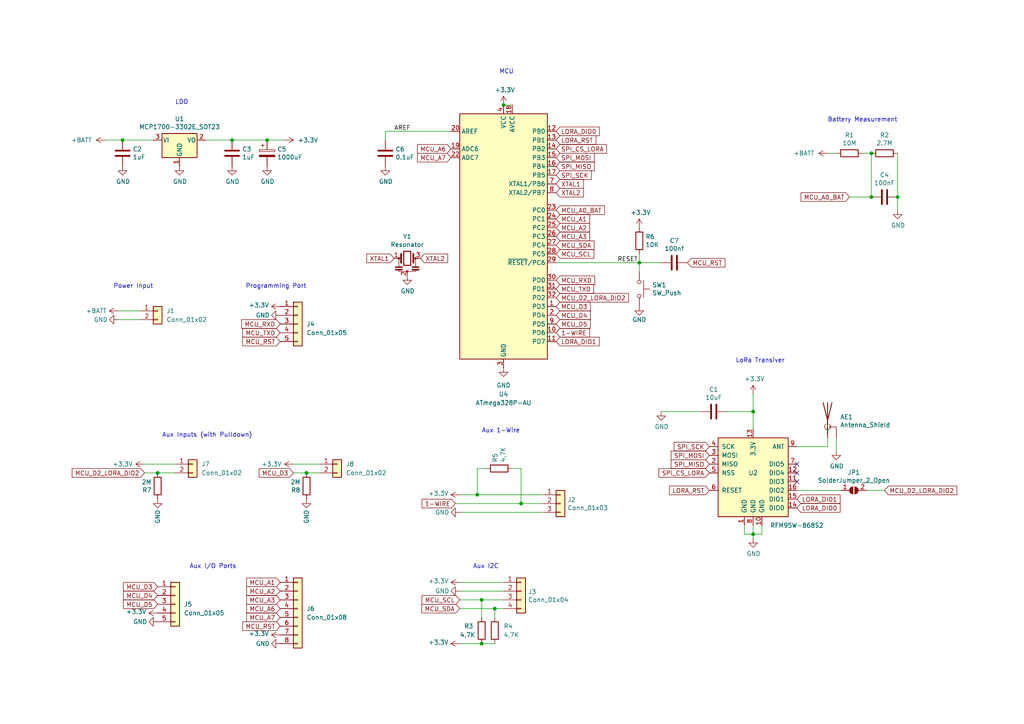
<source format=kicad_sch>
(kicad_sch (version 20230121) (generator eeschema)
  (paper "A4")
  (title_block (title "LoRaProMini") (date "2023-03-20") (rev "3.2") (company "(c) 2023 foorschtbar") (comment 1 "https://github.com/foorschtbar/LoRaProMini"))
  (lib_symbols
    (symbol "Connector_Generic:Conn_01x02" (pin_names (offset 1.016) hide)
      (property "Reference" "J" (at 0 2.54 0))
      (property "Value" "Conn_01x02" (at 0 -5.08 0))
      (symbol "Conn_01x02_1_1"
        (rectangle (start -1.27 -2.413) (end 0 -2.667) (stroke (width 0.1524)))
        (rectangle (start -1.27 0.127) (end 0 -0.127) (stroke (width 0.1524)))
        (rectangle (start -1.27 1.27) (end 1.27 -3.81) (stroke (width 0.254)) (fill (type background)))
        (pin passive line (at -5.08 0 0) (length 3.81) (name "Pin_1") (number "1"))
        (pin passive line (at -5.08 -2.54 0) (length 3.81) (name "Pin_2") (number "2"))
      )
    )
    (symbol "Connector_Generic:Conn_01x03" (pin_names (offset 1.016) hide)
      (property "Reference" "J" (at 0 5.08 0))
      (property "Value" "Conn_01x03" (at 0 -5.08 0))
      (symbol "Conn_01x03_1_1"
        (rectangle (start -1.27 -2.413) (end 0 -2.667) (stroke (width 0.1524)))
        (rectangle (start -1.27 0.127) (end 0 -0.127) (stroke (width 0.1524)))
        (rectangle (start -1.27 2.667) (end 0 2.413) (stroke (width 0.1524)))
        (rectangle (start -1.27 3.81) (end 1.27 -3.81) (stroke (width 0.254)) (fill (type background)))
        (pin passive line (at -5.08 2.54 0) (length 3.81) (name "Pin_1") (number "1"))
        (pin passive line (at -5.08 0 0) (length 3.81) (name "Pin_2") (number "2"))
        (pin passive line (at -5.08 -2.54 0) (length 3.81) (name "Pin_3") (number "3"))
      )
    )
    (symbol "Connector_Generic:Conn_01x04" (pin_names (offset 1.016) hide)
      (property "Reference" "J" (at 0 5.08 0))
      (property "Value" "Conn_01x04" (at 0 -7.62 0))
      (symbol "Conn_01x04_1_1"
        (rectangle (start -1.27 -4.953) (end 0 -5.207) (stroke (width 0.1524)))
        (rectangle (start -1.27 -2.413) (end 0 -2.667) (stroke (width 0.1524)))
        (rectangle (start -1.27 0.127) (end 0 -0.127) (stroke (width 0.1524)))
        (rectangle (start -1.27 2.667) (end 0 2.413) (stroke (width 0.1524)))
        (rectangle (start -1.27 3.81) (end 1.27 -6.35) (stroke (width 0.254)) (fill (type background)))
        (pin passive line (at -5.08 2.54 0) (length 3.81) (name "Pin_1") (number "1"))
        (pin passive line (at -5.08 0 0) (length 3.81) (name "Pin_2") (number "2"))
        (pin passive line (at -5.08 -2.54 0) (length 3.81) (name "Pin_3") (number "3"))
        (pin passive line (at -5.08 -5.08 0) (length 3.81) (name "Pin_4") (number "4"))
      )
    )
    (symbol "Connector_Generic:Conn_01x05" (pin_names (offset 1.016) hide)
      (property "Reference" "J" (at 0 7.62 0))
      (property "Value" "Conn_01x05" (at 0 -7.62 0))
      (symbol "Conn_01x05_1_1"
        (rectangle (start -1.27 -4.953) (end 0 -5.207) (stroke (width 0.1524)))
        (rectangle (start -1.27 -2.413) (end 0 -2.667) (stroke (width 0.1524)))
        (rectangle (start -1.27 0.127) (end 0 -0.127) (stroke (width 0.1524)))
        (rectangle (start -1.27 2.667) (end 0 2.413) (stroke (width 0.1524)))
        (rectangle (start -1.27 5.207) (end 0 4.953) (stroke (width 0.1524)))
        (rectangle (start -1.27 6.35) (end 1.27 -6.35) (stroke (width 0.254)) (fill (type background)))
        (pin passive line (at -5.08 5.08 0) (length 3.81) (name "Pin_1") (number "1"))
        (pin passive line (at -5.08 2.54 0) (length 3.81) (name "Pin_2") (number "2"))
        (pin passive line (at -5.08 0 0) (length 3.81) (name "Pin_3") (number "3"))
        (pin passive line (at -5.08 -2.54 0) (length 3.81) (name "Pin_4") (number "4"))
        (pin passive line (at -5.08 -5.08 0) (length 3.81) (name "Pin_5") (number "5"))
      )
    )
    (symbol "Connector_Generic:Conn_01x08" (pin_names (offset 1.016) hide)
      (property "Reference" "J" (at 0 10.16 0))
      (property "Value" "Conn_01x08" (at 0 -12.7 0))
      (symbol "Conn_01x08_1_1"
        (rectangle (start -1.27 -10.033) (end 0 -10.287) (stroke (width 0.1524)))
        (rectangle (start -1.27 -7.493) (end 0 -7.747) (stroke (width 0.1524)))
        (rectangle (start -1.27 -4.953) (end 0 -5.207) (stroke (width 0.1524)))
        (rectangle (start -1.27 -2.413) (end 0 -2.667) (stroke (width 0.1524)))
        (rectangle (start -1.27 0.127) (end 0 -0.127) (stroke (width 0.1524)))
        (rectangle (start -1.27 2.667) (end 0 2.413) (stroke (width 0.1524)))
        (rectangle (start -1.27 5.207) (end 0 4.953) (stroke (width 0.1524)))
        (rectangle (start -1.27 7.747) (end 0 7.493) (stroke (width 0.1524)))
        (rectangle (start -1.27 8.89) (end 1.27 -11.43) (stroke (width 0.254)) (fill (type background)))
        (pin passive line (at -5.08 7.62 0) (length 3.81) (name "Pin_1") (number "1"))
        (pin passive line (at -5.08 5.08 0) (length 3.81) (name "Pin_2") (number "2"))
        (pin passive line (at -5.08 2.54 0) (length 3.81) (name "Pin_3") (number "3"))
        (pin passive line (at -5.08 0 0) (length 3.81) (name "Pin_4") (number "4"))
        (pin passive line (at -5.08 -2.54 0) (length 3.81) (name "Pin_5") (number "5"))
        (pin passive line (at -5.08 -5.08 0) (length 3.81) (name "Pin_6") (number "6"))
        (pin passive line (at -5.08 -7.62 0) (length 3.81) (name "Pin_7") (number "7"))
        (pin passive line (at -5.08 -10.16 0) (length 3.81) (name "Pin_8") (number "8"))
      )
    )
    (symbol "Device:Antenna_Shield" (pin_numbers hide) (pin_names (offset 1.016) hide)
      (property "Reference" "AE" (at -1.905 4.445 0))
      (property "Value" "Antenna_Shield" (at -1.905 2.54 0))
      (symbol "Antenna_Shield_0_1"
        (arc (start -0.508 -1.143) (mid -0.8429 -2.1194) (end 0 -2.667))
        (arc (start 0 -2.667) (mid 0.7989 -2.1052) (end 0.508 -1.143))
        (polyline (pts (xy 0 -2.54) (xy 0 0)))
        (polyline (pts (xy 0 5.08) (xy 0 -3.81)) (stroke (width 0.254)))
        (polyline (pts (xy 0.762 -1.905) (xy 2.54 -1.905)))
        (polyline (pts (xy 2.54 -2.54) (xy 2.54 -1.905)))
        (polyline (pts (xy 1.27 5.08) (xy 0 0) (xy -1.27 5.08)) (stroke (width 0.254)))
        (circle (center 0.762 -1.905) (radius 0.1778) (fill (type outline)))
      )
      (symbol "Antenna_Shield_1_1"
        (pin input line (at 0 -5.08 90) (length 2.54) (name "A") (number "1"))
        (pin input line (at 2.54 -5.08 90) (length 2.54) (name "Shield") (number "2"))
      )
    )
    (symbol "Device:C" (pin_numbers hide) (pin_names (offset 0.254))
      (property "Reference" "C" (at 0.635 2.54 0))
      (property "Value" "C" (at 0.635 -2.54 0))
      (symbol "C_0_1"
        (polyline (pts (xy -2.032 -0.762) (xy 2.032 -0.762)) (stroke (width 0.508)))
        (polyline (pts (xy -2.032 0.762) (xy 2.032 0.762)) (stroke (width 0.508)))
      )
      (symbol "C_1_1"
        (pin passive line (at 0 3.81 270) (length 2.794) (name "~") (number "1"))
        (pin passive line (at 0 -3.81 90) (length 2.794) (name "~") (number "2"))
      )
    )
    (symbol "Device:C_Polarized" (pin_numbers hide) (pin_names (offset 0.254))
      (property "Reference" "C" (at 0.635 2.54 0))
      (property "Value" "C_Polarized" (at 0.635 -2.54 0))
      (symbol "C_Polarized_0_1"
        (rectangle (start -2.286 0.508) (end 2.286 1.016))
        (polyline (pts (xy -1.778 2.286) (xy -0.762 2.286)))
        (polyline (pts (xy -1.27 2.794) (xy -1.27 1.778)))
        (rectangle (start 2.286 -0.508) (end -2.286 -1.016) (fill (type outline)))
      )
      (symbol "C_Polarized_1_1"
        (pin passive line (at 0 3.81 270) (length 2.794) (name "~") (number "1"))
        (pin passive line (at 0 -3.81 90) (length 2.794) (name "~") (number "2"))
      )
    )
    (symbol "Device:R" (pin_numbers hide) (pin_names (offset 0))
      (property "Reference" "R" (at 2.032 0 90))
      (property "Value" "R" (at 0 0 90))
      (symbol "R_0_1"
        (rectangle (start -1.016 -2.54) (end 1.016 2.54) (stroke (width 0.254)))
      )
      (symbol "R_1_1"
        (pin passive line (at 0 3.81 270) (length 1.27) (name "~") (number "1"))
        (pin passive line (at 0 -3.81 90) (length 1.27) (name "~") (number "2"))
      )
    )
    (symbol "Device:Resonator" (pin_names (offset 1.016) hide)
      (property "Reference" "Y" (at 0 5.715 0))
      (property "Value" "Resonator" (at 0 3.81 0))
      (symbol "Resonator_0_1"
        (rectangle (start -3.429 -3.175) (end -1.397 -3.429) (fill (type outline)))
        (rectangle (start -3.429 -2.413) (end -1.397 -2.667) (fill (type outline)))
        (circle (center -2.413 0) (radius 0.254) (fill (type outline)))
        (rectangle (start -1.016 2.032) (end 1.016 -2.032) (stroke (width 0.3048)))
        (circle (center 0 -3.81) (radius 0.254) (fill (type outline)))
        (polyline (pts (xy -2.413 -2.413) (xy -2.413 0)))
        (polyline (pts (xy -1.905 0) (xy -3.175 0)))
        (polyline (pts (xy -1.778 -1.27) (xy -1.778 1.27)) (stroke (width 0.508)))
        (polyline (pts (xy 1.778 -1.27) (xy 1.778 1.27)) (stroke (width 0.508)))
        (polyline (pts (xy 1.905 0) (xy 2.54 0)))
        (polyline (pts (xy 2.413 0) (xy 2.413 -2.54)))
        (polyline (pts (xy 2.413 -3.302) (xy 2.413 -3.81) (xy -2.413 -3.81) (xy -2.413 -3.302)))
        (rectangle (start 1.397 -3.175) (end 3.429 -3.429) (fill (type outline)))
        (rectangle (start 1.397 -2.413) (end 3.429 -2.667) (fill (type outline)))
        (circle (center 2.413 0) (radius 0.254) (fill (type outline)))
      )
      (symbol "Resonator_1_1"
        (pin passive line (at -3.81 0 0) (length 1.27) (name "1") (number "1"))
        (pin passive line (at 0 -5.08 90) (length 1.27) (name "2") (number "2"))
        (pin passive line (at 3.81 0 180) (length 1.27) (name "3") (number "3"))
      )
    )
    (symbol "Jumper:SolderJumper_2_Open" (pin_names (offset 0) hide)
      (property "Reference" "JP" (at 0 2.032 0))
      (property "Value" "SolderJumper_2_Open" (at 0 -2.54 0))
      (symbol "SolderJumper_2_Open_0_1"
        (arc (start -0.254 1.016) (mid -1.2656 0) (end -0.254 -1.016))
        (arc (start -0.254 1.016) (mid -1.2656 0) (end -0.254 -1.016) (fill (type outline)))
        (polyline (pts (xy -0.254 1.016) (xy -0.254 -1.016)))
        (polyline (pts (xy 0.254 1.016) (xy 0.254 -1.016)))
        (arc (start 0.254 -1.016) (mid 1.2656 0) (end 0.254 1.016))
        (arc (start 0.254 -1.016) (mid 1.2656 0) (end 0.254 1.016) (fill (type outline)))
      )
      (symbol "SolderJumper_2_Open_1_1"
        (pin passive line (at -3.81 0 0) (length 2.54) (name "A") (number "1"))
        (pin passive line (at 3.81 0 180) (length 2.54) (name "B") (number "2"))
      )
    )
    (symbol "MCU_Microchip_ATmega:ATmega328P-A"
      (property "Reference" "U" (at -12.7 36.83 0))
      (property "Value" "ATmega328P-A" (at 2.54 -36.83 0))
      (symbol "ATmega328P-A_0_1"
        (rectangle (start -12.7 -35.56) (end 12.7 35.56) (stroke (width 0.254)) (fill (type background)))
      )
      (symbol "ATmega328P-A_1_1"
        (pin bidirectional line (at 15.24 -20.32 180) (length 2.54) (name "PD3") (number "1"))
        (pin bidirectional line (at 15.24 -27.94 180) (length 2.54) (name "PD6") (number "10"))
        (pin bidirectional line (at 15.24 -30.48 180) (length 2.54) (name "PD7") (number "11"))
        (pin bidirectional line (at 15.24 30.48 180) (length 2.54) (name "PB0") (number "12"))
        (pin bidirectional line (at 15.24 27.94 180) (length 2.54) (name "PB1") (number "13"))
        (pin bidirectional line (at 15.24 25.4 180) (length 2.54) (name "PB2") (number "14"))
        (pin bidirectional line (at 15.24 22.86 180) (length 2.54) (name "PB3") (number "15"))
        (pin bidirectional line (at 15.24 20.32 180) (length 2.54) (name "PB4") (number "16"))
        (pin bidirectional line (at 15.24 17.78 180) (length 2.54) (name "PB5") (number "17"))
        (pin power_in line (at 2.54 38.1 270) (length 2.54) (name "AVCC") (number "18"))
        (pin input line (at -15.24 25.4 0) (length 2.54) (name "ADC6") (number "19"))
        (pin bidirectional line (at 15.24 -22.86 180) (length 2.54) (name "PD4") (number "2"))
        (pin passive line (at -15.24 30.48 0) (length 2.54) (name "AREF") (number "20"))
        (pin passive line (at 0 -38.1 90) (length 2.54) hide (name "GND") (number "21"))
        (pin input line (at -15.24 22.86 0) (length 2.54) (name "ADC7") (number "22"))
        (pin bidirectional line (at 15.24 7.62 180) (length 2.54) (name "PC0") (number "23"))
        (pin bidirectional line (at 15.24 5.08 180) (length 2.54) (name "PC1") (number "24"))
        (pin bidirectional line (at 15.24 2.54 180) (length 2.54) (name "PC2") (number "25"))
        (pin bidirectional line (at 15.24 0 180) (length 2.54) (name "PC3") (number "26"))
        (pin bidirectional line (at 15.24 -2.54 180) (length 2.54) (name "PC4") (number "27"))
        (pin bidirectional line (at 15.24 -5.08 180) (length 2.54) (name "PC5") (number "28"))
        (pin bidirectional line (at 15.24 -7.62 180) (length 2.54) (name "~{RESET}/PC6") (number "29"))
        (pin power_in line (at 0 -38.1 90) (length 2.54) (name "GND") (number "3"))
        (pin bidirectional line (at 15.24 -12.7 180) (length 2.54) (name "PD0") (number "30"))
        (pin bidirectional line (at 15.24 -15.24 180) (length 2.54) (name "PD1") (number "31"))
        (pin bidirectional line (at 15.24 -17.78 180) (length 2.54) (name "PD2") (number "32"))
        (pin power_in line (at 0 38.1 270) (length 2.54) (name "VCC") (number "4"))
        (pin passive line (at 0 -38.1 90) (length 2.54) hide (name "GND") (number "5"))
        (pin passive line (at 0 38.1 270) (length 2.54) hide (name "VCC") (number "6"))
        (pin bidirectional line (at 15.24 15.24 180) (length 2.54) (name "XTAL1/PB6") (number "7"))
        (pin bidirectional line (at 15.24 12.7 180) (length 2.54) (name "XTAL2/PB7") (number "8"))
        (pin bidirectional line (at 15.24 -25.4 180) (length 2.54) (name "PD5") (number "9"))
      )
    )
    (symbol "RF_Module:RFM95W-868S2" (pin_names (offset 1.016))
      (property "Reference" "U" (at -10.414 11.684 0))
      (property "Value" "RFM95W-868S2" (at 1.524 11.43 0))
      (symbol "RFM95W-868S2_0_1"
        (rectangle (start -10.16 10.16) (end 10.16 -12.7) (stroke (width 0.254)) (fill (type background)))
      )
      (symbol "RFM95W-868S2_1_1"
        (pin power_in line (at -2.54 -15.24 90) (length 2.54) (name "GND") (number "1"))
        (pin power_in line (at 2.54 -15.24 90) (length 2.54) (name "GND") (number "10"))
        (pin bidirectional line (at 12.7 -2.54 180) (length 2.54) (name "DIO3") (number "11"))
        (pin bidirectional line (at 12.7 0 180) (length 2.54) (name "DIO4") (number "12"))
        (pin power_in line (at 0 12.7 270) (length 2.54) (name "3.3V") (number "13"))
        (pin bidirectional line (at 12.7 -10.16 180) (length 2.54) (name "DIO0") (number "14"))
        (pin bidirectional line (at 12.7 -7.62 180) (length 2.54) (name "DIO1") (number "15"))
        (pin bidirectional line (at 12.7 -5.08 180) (length 2.54) (name "DIO2") (number "16"))
        (pin output line (at -12.7 2.54 0) (length 2.54) (name "MISO") (number "2"))
        (pin input line (at -12.7 5.08 0) (length 2.54) (name "MOSI") (number "3"))
        (pin input line (at -12.7 7.62 0) (length 2.54) (name "SCK") (number "4"))
        (pin input line (at -12.7 0 0) (length 2.54) (name "NSS") (number "5"))
        (pin bidirectional line (at -12.7 -5.08 0) (length 2.54) (name "RESET") (number "6"))
        (pin bidirectional line (at 12.7 2.54 180) (length 2.54) (name "DIO5") (number "7"))
        (pin power_in line (at 0 -15.24 90) (length 2.54) (name "GND") (number "8"))
        (pin bidirectional line (at 12.7 7.62 180) (length 2.54) (name "ANT") (number "9"))
      )
    )
    (symbol "Regulator_Linear:MCP1700x-330xxTT" (pin_names (offset 0.254))
      (property "Reference" "U" (at -3.81 3.175 0))
      (property "Value" "MCP1700x-330xxTT" (at 0 3.175 0))
      (symbol "MCP1700x-330xxTT_0_1"
        (rectangle (start -5.08 1.905) (end 5.08 -5.08) (stroke (width 0.254)) (fill (type background)))
      )
      (symbol "MCP1700x-330xxTT_1_1"
        (pin power_in line (at 0 -7.62 90) (length 2.54) (name "GND") (number "1"))
        (pin power_out line (at 7.62 0 180) (length 2.54) (name "VO") (number "2"))
        (pin power_in line (at -7.62 0 0) (length 2.54) (name "VI") (number "3"))
      )
    )
    (symbol "Switch:SW_Push" (pin_numbers hide) (pin_names (offset 1.016) hide)
      (property "Reference" "SW" (at 1.27 2.54 0))
      (property "Value" "SW_Push" (at 0 -1.524 0))
      (symbol "SW_Push_0_1"
        (circle (center -2.032 0) (radius 0.508))
        (polyline (pts (xy 0 1.27) (xy 0 3.048)))
        (polyline (pts (xy 2.54 1.27) (xy -2.54 1.27)))
        (circle (center 2.032 0) (radius 0.508))
        (pin passive line (at -5.08 0 0) (length 2.54) (name "1") (number "1"))
        (pin passive line (at 5.08 0 180) (length 2.54) (name "2") (number "2"))
      )
    )
    (symbol "power:+3.3V" (power) (pin_names (offset 0))
      (property "Value" "+3.3V" (at 0 3.556 0))
      (symbol "+3.3V_0_1"
        (polyline (pts (xy -0.762 1.27) (xy 0 2.54)))
        (polyline (pts (xy 0 0) (xy 0 2.54)))
        (polyline (pts (xy 0 2.54) (xy 0.762 1.27)))
      )
      (symbol "+3.3V_1_1"
        (pin power_in line (at 0 0 90) (length 0) hide (name "+3.3V") (number "1"))
      )
    )
    (symbol "power:+BATT" (power) (pin_names (offset 0))
      (property "Value" "+BATT" (at 0 3.556 0))
      (symbol "+BATT_0_1"
        (polyline (pts (xy -0.762 1.27) (xy 0 2.54)))
        (polyline (pts (xy 0 0) (xy 0 2.54)))
        (polyline (pts (xy 0 2.54) (xy 0.762 1.27)))
      )
      (symbol "+BATT_1_1"
        (pin power_in line (at 0 0 90) (length 0) hide (name "+BATT") (number "1"))
      )
    )
    (symbol "power:GND" (power) (pin_names (offset 0))
      (property "Value" "GND" (at 0 -3.81 0))
      (symbol "GND_0_1"
        (polyline (pts (xy 0 0) (xy 0 -1.27) (xy 1.27 -1.27) (xy 0 -2.54) (xy -1.27 -1.27) (xy 0 -1.27)))
      )
      (symbol "GND_1_1"
        (pin power_in line (at 0 0 270) (length 0) hide (name "GND") (number "1"))
      )
    )
  )
  (junction (at 218.44 154.94))
  (junction (at 185.42 76.2))
  (junction (at 151.13 146.05))
  (junction (at 88.9 137.16))
  (junction (at 218.44 119.38))
  (junction (at 139.7 173.99))
  (junction (at 252.73 57.15))
  (junction (at 67.31 40.64))
  (junction (at 146.05 30.48))
  (junction (at 45.72 137.16))
  (junction (at 139.7 186.69))
  (junction (at 143.51 176.53))
  (junction (at 260.35 57.15))
  (junction (at 138.43 143.51))
  (junction (at 35.56 40.64))
  (junction (at 77.47 40.64))
  (junction (at 252.73 44.45))
  (no_connect (at 231.14 134.62))
  (no_connect (at 231.14 137.16))
  (no_connect (at 231.14 139.7))
  (wire (pts (xy 85.09 134.62) (xy 92.71 134.62)))
  (wire (pts (xy 161.29 76.2) (xy 185.42 76.2)))
  (wire (pts (xy 77.47 40.64) (xy 82.55 40.64)))
  (wire (pts (xy 185.42 76.2) (xy 185.42 78.74)))
  (wire (pts (xy 41.91 137.16) (xy 45.72 137.16)))
  (wire (pts (xy 133.35 176.53) (xy 143.51 176.53)))
  (wire (pts (xy 218.44 114.3) (xy 218.44 119.38)))
  (wire (pts (xy 218.44 156.21) (xy 218.44 154.94)))
  (wire (pts (xy 138.43 135.89) (xy 138.43 143.51)))
  (wire (pts (xy 252.73 44.45) (xy 252.73 57.15)))
  (wire (pts (xy 260.35 57.15) (xy 260.35 60.96)))
  (wire (pts (xy 139.7 173.99) (xy 146.05 173.99)))
  (wire (pts (xy 40.64 90.17) (xy 34.29 90.17)))
  (wire (pts (xy 231.14 142.24) (xy 243.84 142.24)))
  (wire (pts (xy 34.29 92.71) (xy 40.64 92.71)))
  (wire (pts (xy 67.31 40.64) (xy 77.47 40.64)))
  (wire (pts (xy 143.51 176.53) (xy 146.05 176.53)))
  (wire (pts (xy 139.7 186.69) (xy 133.35 186.69)))
  (wire (pts (xy 215.9 152.4) (xy 215.9 154.94)))
  (wire (pts (xy 210.82 119.38) (xy 218.44 119.38)))
  (wire (pts (xy 151.13 146.05) (xy 157.48 146.05)))
  (wire (pts (xy 44.45 40.64) (xy 35.56 40.64)))
  (wire (pts (xy 260.35 44.45) (xy 260.35 57.15)))
  (wire (pts (xy 138.43 143.51) (xy 157.48 143.51)))
  (wire (pts (xy 59.69 40.64) (xy 67.31 40.64)))
  (wire (pts (xy 146.05 30.48) (xy 148.59 30.48)))
  (wire (pts (xy 133.35 168.91) (xy 146.05 168.91)))
  (wire (pts (xy 246.38 57.15) (xy 252.73 57.15)))
  (wire (pts (xy 111.76 40.64) (xy 111.76 38.1)))
  (wire (pts (xy 218.44 152.4) (xy 218.44 154.94)))
  (wire (pts (xy 231.14 129.54) (xy 240.03 129.54)))
  (wire (pts (xy 251.46 142.24) (xy 256.54 142.24)))
  (wire (pts (xy 88.9 137.16) (xy 92.71 137.16)))
  (wire (pts (xy 191.77 119.38) (xy 203.2 119.38)))
  (wire (pts (xy 133.35 143.51) (xy 138.43 143.51)))
  (wire (pts (xy 133.35 171.45) (xy 146.05 171.45)))
  (wire (pts (xy 35.56 40.64) (xy 30.48 40.64)))
  (wire (pts (xy 139.7 173.99) (xy 139.7 179.07)))
  (wire (pts (xy 220.98 154.94) (xy 220.98 152.4)))
  (wire (pts (xy 185.42 76.2) (xy 191.77 76.2)))
  (wire (pts (xy 185.42 73.66) (xy 185.42 76.2)))
  (wire (pts (xy 215.9 154.94) (xy 218.44 154.94)))
  (wire (pts (xy 218.44 154.94) (xy 220.98 154.94)))
  (wire (pts (xy 85.09 137.16) (xy 88.9 137.16)))
  (wire (pts (xy 240.03 44.45) (xy 242.57 44.45)))
  (wire (pts (xy 148.59 135.89) (xy 151.13 135.89)))
  (wire (pts (xy 133.35 148.59) (xy 157.48 148.59)))
  (wire (pts (xy 218.44 119.38) (xy 218.44 124.46)))
  (wire (pts (xy 45.72 137.16) (xy 50.8 137.16)))
  (wire (pts (xy 143.51 176.53) (xy 143.51 179.07)))
  (wire (pts (xy 151.13 135.89) (xy 151.13 146.05)))
  (wire (pts (xy 132.08 146.05) (xy 151.13 146.05)))
  (wire (pts (xy 111.76 38.1) (xy 130.81 38.1)))
  (wire (pts (xy 133.35 173.99) (xy 139.7 173.99)))
  (wire (pts (xy 242.57 130.81) (xy 242.57 127)))
  (wire (pts (xy 140.97 135.89) (xy 138.43 135.89)))
  (wire (pts (xy 41.91 134.62) (xy 50.8 134.62)))
  (wire (pts (xy 240.03 129.54) (xy 240.03 127)))
  (wire (pts (xy 250.19 44.45) (xy 252.73 44.45)))
  (wire (pts (xy 139.7 186.69) (xy 143.51 186.69)))
  (text "Aux 1-Wire" (at 139.7 125.73 0) (effects (font (size 1.27 1.27)) (justify left bottom)))
  (text "Aux I/O Ports" (at 68.58 165.1 0) (effects (font (size 1.27 1.27)) (justify right bottom)))
  (text "LDO" (at 50.8 30.48 0) (effects (font (size 1.27 1.27)) (justify left bottom)))
  (text "MCU" (at 144.78 21.59 0) (effects (font (size 1.27 1.27)) (justify left bottom)))
  (text "Power Input" (at 44.45 83.82 0) (effects (font (size 1.27 1.27)) (justify right bottom)))
  (text "Battery Measurement" (at 240.03 35.56 0) (effects (font (size 1.27 1.27)) (justify left bottom)))
  (text "Aux I2C" (at 137.16 165.1 0) (effects (font (size 1.27 1.27)) (justify left bottom)))
  (text "Aux Inputs (with Pulldown)" (at 46.99 127 0) (effects (font (size 1.27 1.27)) (justify left bottom)))
  (text "Programming Port" (at 88.9 83.82 0) (effects (font (size 1.27 1.27)) (justify right bottom)))
  (text "LoRa Transiver" (at 213.36 105.41 0) (effects (font (size 1.27 1.27)) (justify left bottom)))
  (label "AREF" (at 114.3 38.1 0))
  (label "RESET" (at 179.07 76.2 0))
  (global_label "MCU_D4" (shape input) (at 45.72 172.72 180) (property "Intersheetrefs" "${INTERSHEET_REFS}" (effects hide)))
  (global_label "MCU_TXD" (shape input) (at 161.29 83.82 0) (property "Intersheetrefs" "${INTERSHEET_REFS}" (effects hide)))
  (global_label "MCU_RST" (shape input) (at 81.28 181.61 180) (property "Intersheetrefs" "${INTERSHEET_REFS}" (effects hide)))
  (global_label "MCU_SCL" (shape input) (at 133.35 173.99 180) (property "Intersheetrefs" "${INTERSHEET_REFS}" (effects hide)))
  (global_label "MCU_D3" (shape input) (at 161.29 88.9 0) (property "Intersheetrefs" "${INTERSHEET_REFS}" (effects hide)))
  (global_label "MCU_A7" (shape input) (at 81.28 179.07 180) (property "Intersheetrefs" "${INTERSHEET_REFS}" (effects hide)))
  (global_label "MCU_TXD" (shape input) (at 81.28 96.52 180) (property "Intersheetrefs" "${INTERSHEET_REFS}" (effects hide)))
  (global_label "LORA_RST" (shape input) (at 205.74 142.24 180) (property "Intersheetrefs" "${INTERSHEET_REFS}" (effects hide)))
  (global_label "MCU_SCL" (shape input) (at 161.29 73.66 0) (property "Intersheetrefs" "${INTERSHEET_REFS}" (effects hide)))
  (global_label "MCU_RST" (shape input) (at 199.39 76.2 0) (property "Intersheetrefs" "${INTERSHEET_REFS}" (effects hide)))
  (global_label "LORA_DIO0" (shape input) (at 231.14 147.32 0) (property "Intersheetrefs" "${INTERSHEET_REFS}" (effects hide)))
  (global_label "SPI_CS_LORA" (shape input) (at 161.29 43.18 0) (property "Intersheetrefs" "${INTERSHEET_REFS}" (effects hide)))
  (global_label "SPI_MOSI" (shape input) (at 205.74 132.08 180) (property "Intersheetrefs" "${INTERSHEET_REFS}" (effects hide)))
  (global_label "SPI_MISO" (shape input) (at 161.29 48.26 0) (property "Intersheetrefs" "${INTERSHEET_REFS}" (effects hide)))
  (global_label "MCU_A7" (shape input) (at 130.81 45.72 180) (property "Intersheetrefs" "${INTERSHEET_REFS}" (effects hide)))
  (global_label "LORA_DIO0" (shape input) (at 161.29 38.1 0) (property "Intersheetrefs" "${INTERSHEET_REFS}" (effects hide)))
  (global_label "SPI_MOSI" (shape input) (at 161.29 45.72 0) (property "Intersheetrefs" "${INTERSHEET_REFS}" (effects hide)))
  (global_label "MCU_D2_LORA_DIO2" (shape input) (at 161.29 86.36 0) (property "Intersheetrefs" "${INTERSHEET_REFS}" (effects hide)))
  (global_label "1-WIRE" (shape input) (at 132.08 146.05 180) (property "Intersheetrefs" "${INTERSHEET_REFS}" (effects hide)))
  (global_label "LORA_RST" (shape input) (at 161.29 40.64 0) (property "Intersheetrefs" "${INTERSHEET_REFS}" (effects hide)))
  (global_label "MCU_D2_LORA_DIO2" (shape input) (at 256.54 142.24 0) (property "Intersheetrefs" "${INTERSHEET_REFS}" (effects hide)))
  (global_label "MCU_SDA" (shape input) (at 161.29 71.12 0) (property "Intersheetrefs" "${INTERSHEET_REFS}" (effects hide)))
  (global_label "MCU_D3" (shape input) (at 45.72 170.18 180) (property "Intersheetrefs" "${INTERSHEET_REFS}" (effects hide)))
  (global_label "XTAL1" (shape input) (at 161.29 53.34 0) (property "Intersheetrefs" "${INTERSHEET_REFS}" (effects hide)))
  (global_label "MCU_D5" (shape input) (at 45.72 175.26 180) (property "Intersheetrefs" "${INTERSHEET_REFS}" (effects hide)))
  (global_label "SPI_SCK" (shape input) (at 205.74 129.54 180) (property "Intersheetrefs" "${INTERSHEET_REFS}" (effects hide)))
  (global_label "MCU_A3" (shape input) (at 161.29 68.58 0) (property "Intersheetrefs" "${INTERSHEET_REFS}" (effects hide)))
  (global_label "MCU_D3" (shape input) (at 85.09 137.16 180) (property "Intersheetrefs" "${INTERSHEET_REFS}" (effects hide)))
  (global_label "MCU_D5" (shape input) (at 161.29 93.98 0) (property "Intersheetrefs" "${INTERSHEET_REFS}" (effects hide)))
  (global_label "MCU_A0_BAT" (shape input) (at 161.29 60.96 0) (property "Intersheetrefs" "${INTERSHEET_REFS}" (effects hide)))
  (global_label "SPI_CS_LORA" (shape input) (at 205.74 137.16 180) (property "Intersheetrefs" "${INTERSHEET_REFS}" (effects hide)))
  (global_label "MCU_D2_LORA_DIO2" (shape input) (at 41.91 137.16 180) (property "Intersheetrefs" "${INTERSHEET_REFS}" (effects hide)))
  (global_label "MCU_RXD" (shape input) (at 161.29 81.28 0) (property "Intersheetrefs" "${INTERSHEET_REFS}" (effects hide)))
  (global_label "MCU_A2" (shape input) (at 81.28 171.45 180) (property "Intersheetrefs" "${INTERSHEET_REFS}" (effects hide)))
  (global_label "MCU_A3" (shape input) (at 81.28 173.99 180) (property "Intersheetrefs" "${INTERSHEET_REFS}" (effects hide)))
  (global_label "SPI_MISO" (shape input) (at 205.74 134.62 180) (property "Intersheetrefs" "${INTERSHEET_REFS}" (effects hide)))
  (global_label "XTAL2" (shape input) (at 161.29 55.88 0) (property "Intersheetrefs" "${INTERSHEET_REFS}" (effects hide)))
  (global_label "1-WIRE" (shape input) (at 161.29 96.52 0) (property "Intersheetrefs" "${INTERSHEET_REFS}" (effects hide)))
  (global_label "MCU_A6" (shape input) (at 130.81 43.18 180) (property "Intersheetrefs" "${INTERSHEET_REFS}" (effects hide)))
  (global_label "MCU_A2" (shape input) (at 161.29 66.04 0) (property "Intersheetrefs" "${INTERSHEET_REFS}" (effects hide)))
  (global_label "MCU_RST" (shape input) (at 81.28 99.06 180) (property "Intersheetrefs" "${INTERSHEET_REFS}" (effects hide)))
  (global_label "MCU_D4" (shape input) (at 161.29 91.44 0) (property "Intersheetrefs" "${INTERSHEET_REFS}" (effects hide)))
  (global_label "MCU_A1" (shape input) (at 161.29 63.5 0) (property "Intersheetrefs" "${INTERSHEET_REFS}" (effects hide)))
  (global_label "LORA_DIO1" (shape input) (at 161.29 99.06 0) (property "Intersheetrefs" "${INTERSHEET_REFS}" (effects hide)))
  (global_label "XTAL1" (shape input) (at 114.3 74.93 180) (property "Intersheetrefs" "${INTERSHEET_REFS}" (effects hide)))
  (global_label "MCU_A6" (shape input) (at 81.28 176.53 180) (property "Intersheetrefs" "${INTERSHEET_REFS}" (effects hide)))
  (global_label "MCU_A0_BAT" (shape input) (at 246.38 57.15 180) (property "Intersheetrefs" "${INTERSHEET_REFS}" (effects hide)))
  (global_label "SPI_SCK" (shape input) (at 161.29 50.8 0) (property "Intersheetrefs" "${INTERSHEET_REFS}" (effects hide)))
  (global_label "XTAL2" (shape input) (at 121.92 74.93 0) (property "Intersheetrefs" "${INTERSHEET_REFS}" (effects hide)))
  (global_label "MCU_RXD" (shape input) (at 81.28 93.98 180) (property "Intersheetrefs" "${INTERSHEET_REFS}" (effects hide)))
  (global_label "LORA_DIO1" (shape input) (at 231.14 144.78 0) (property "Intersheetrefs" "${INTERSHEET_REFS}" (effects hide)))
  (global_label "MCU_SDA" (shape input) (at 133.35 176.53 180) (property "Intersheetrefs" "${INTERSHEET_REFS}" (effects hide)))
  (global_label "MCU_A1" (shape input) (at 81.28 168.91 180) (property "Intersheetrefs" "${INTERSHEET_REFS}" (effects hide)))
  (symbol (lib_id "RF_Module:RFM95W-868S2") (at 218.44 137.16 0) (unit 1)
    (property "Reference" "U2" (at 218.44 137.16 0))
    (property "Value" "RFM95W-868S2" (at 231.14 152.4 0))
    (property "Footprint" "HOPERF_RFM9XW_SMD:HOPERF_RFM9XW_SMD" (effects hide))
    (property "Datasheet" "https://www.hoperf.com/data/upload/portal/20181127/5bfcbea20e9ef.pdf" (effects hide))
  )
  (symbol (lib_id "Device:Antenna_Shield") (at 240.03 121.92 0) (unit 1)
    (property "Reference" "AE1" (at 243.6876 120.9294 0) (effects (justify left)))
    (property "Value" "Antenna_Shield" (at 243.6876 123.2408 0) (effects (justify left)))
    (property "Footprint" "Antenna_SMA_uFL:Antenna_SMA_uFL" (effects hide))
  )
  (symbol (lib_id "Device:C") (at 35.56 44.45 0) (unit 1)
    (property "Reference" "C2" (at 38.481 43.2816 0) (effects (justify left)))
    (property "Value" "1uF" (at 38.481 45.593 0) (effects (justify left)))
    (property "Footprint" "Capacitor_SMD:C_0805_2012Metric_Pad1.18x1.45mm_HandSolder" (effects hide))
  )
  (symbol (lib_id "Device:C") (at 67.31 44.45 0) (unit 1)
    (property "Reference" "C3" (at 70.231 43.2816 0) (effects (justify left)))
    (property "Value" "1uF" (at 70.231 45.593 0) (effects (justify left)))
    (property "Footprint" "Capacitor_SMD:C_0805_2012Metric_Pad1.18x1.45mm_HandSolder" (effects hide))
  )
  (symbol (lib_id "Connector_Generic:Conn_01x02") (at 45.72 90.17 0) (unit 1)
    (property "Reference" "J1" (at 48.26 90.17 0) (effects (justify left)))
    (property "Value" "Conn_01x02" (at 48.26 92.71 0) (effects (justify left)))
    (property "Footprint" "Connector_JST:JST_PH_B2B-PH-K_1x02_P2.00mm_Vertical" (effects hide))
  )
  (symbol (lib_id "Connector_Generic:Conn_01x03") (at 162.56 146.05 0) (unit 1)
    (property "Reference" "J2" (at 164.592 144.9832 0) (effects (justify left)))
    (property "Value" "Conn_01x03" (at 164.592 147.2946 0) (effects (justify left)))
    (property "Footprint" "Connector_JST:JST_PH_B3B-PH-K_1x03_P2.00mm_Vertical" (effects hide))
  )
  (symbol (lib_id "power:GND") (at 242.57 130.81 0) (unit 1)
    (property "Reference" "#PWR04" (effects hide))
    (property "Value" "GND" (at 242.697 135.2042 0))
  )
  (symbol (lib_id "power:GND") (at 218.44 156.21 0) (unit 1)
    (property "Reference" "#PWR02" (effects hide))
    (property "Value" "GND" (at 218.567 160.6042 0))
  )
  (symbol (lib_id "Connector_Generic:Conn_01x04") (at 151.13 171.45 0) (unit 1)
    (property "Reference" "J3" (at 153.162 171.6532 0) (effects (justify left)))
    (property "Value" "Conn_01x04" (at 153.162 173.9646 0) (effects (justify left)))
    (property "Footprint" "Connector_JST:JST_PH_B4B-PH-K_1x04_P2.00mm_Vertical" (effects hide))
  )
  (symbol (lib_id "power:GND") (at 133.35 171.45 270) (unit 1)
    (property "Reference" "#PWR0101" (effects hide))
    (property "Value" "GND" (at 128.27 171.45 90))
  )
  (symbol (lib_id "Device:C") (at 207.01 119.38 270) (unit 1)
    (property "Reference" "C1" (at 207.01 112.9792 90))
    (property "Value" "10uF" (at 207.01 115.2906 90))
    (property "Footprint" "Capacitor_SMD:C_0805_2012Metric_Pad1.18x1.45mm_HandSolder" (effects hide))
  )
  (symbol (lib_id "power:+3.3V") (at 133.35 168.91 90) (unit 1)
    (property "Reference" "#PWR0102" (effects hide))
    (property "Value" "+3.3V" (at 130.0988 168.529 90) (effects (justify left)))
  )
  (symbol (lib_id "power:+3.3V") (at 218.44 114.3 0) (unit 1)
    (property "Reference" "#PWR01" (effects hide))
    (property "Value" "+3.3V" (at 218.821 109.9058 0))
  )
  (symbol (lib_id "power:+3.3V") (at 133.35 143.51 90) (unit 1)
    (property "Reference" "#PWR0103" (effects hide))
    (property "Value" "+3.3V" (at 130.0988 143.129 90) (effects (justify left)))
  )
  (symbol (lib_id "power:GND") (at 191.77 119.38 0) (unit 1)
    (property "Reference" "#PWR03" (effects hide))
    (property "Value" "GND" (at 191.897 123.7742 0))
  )
  (symbol (lib_id "power:+3.3V") (at 82.55 40.64 270) (unit 1)
    (property "Reference" "#PWR0104" (effects hide))
    (property "Value" "+3.3V" (at 86.36 40.64 90) (effects (justify left)))
  )
  (symbol (lib_id "power:GND") (at 67.31 48.26 0) (unit 1)
    (property "Reference" "#PWR0105" (effects hide))
    (property "Value" "GND" (at 67.437 52.6542 0))
  )
  (symbol (lib_id "power:GND") (at 35.56 48.26 0) (unit 1)
    (property "Reference" "#PWR0106" (effects hide))
    (property "Value" "GND" (at 35.687 52.6542 0))
  )
  (symbol (lib_id "Regulator_Linear:MCP1700x-330xxTT") (at 52.07 40.64 0) (unit 1)
    (property "Reference" "U1" (at 52.07 34.4932 0))
    (property "Value" "MCP1700-3302E_SOT23" (at 52.07 36.8046 0))
    (property "Footprint" "Package_TO_SOT_SMD:SOT-23" (effects hide))
    (property "Datasheet" "http://ww1.microchip.com/downloads/en/DeviceDoc/20001826D.pdf" (effects hide))
  )
  (symbol (lib_id "power:GND") (at 52.07 48.26 0) (unit 1)
    (property "Reference" "#PWR0107" (effects hide))
    (property "Value" "GND" (at 52.197 52.6542 0))
  )
  (symbol (lib_id "power:GND") (at 34.29 92.71 270) (unit 1)
    (property "Reference" "#PWR0108" (effects hide))
    (property "Value" "GND" (at 29.21 92.71 90))
  )
  (symbol (lib_id "Device:R") (at 246.38 44.45 270) (unit 1)
    (property "Reference" "R1" (at 246.38 39.1922 90))
    (property "Value" "10M" (at 246.38 41.5036 90))
    (property "Footprint" "Resistor_SMD:R_0805_2012Metric_Pad1.20x1.40mm_HandSolder" (effects hide))
  )
  (symbol (lib_id "Device:R") (at 256.54 44.45 270) (unit 1)
    (property "Reference" "R2" (at 256.54 39.1922 90))
    (property "Value" "2.7M" (at 256.54 41.5036 90))
    (property "Footprint" "Resistor_SMD:R_0805_2012Metric_Pad1.20x1.40mm_HandSolder" (effects hide))
  )
  (symbol (lib_id "Device:C_Polarized") (at 77.47 44.45 0) (unit 1)
    (property "Reference" "C5" (at 80.391 43.2816 0) (effects (justify left)))
    (property "Value" "1000uF" (at 80.391 45.593 0) (effects (justify left)))
    (property "Footprint" "Capacitor_Tantalum_SMD:CP_EIA-7343-43_Kemet-X_Pad2.25x2.55mm_HandSolder" (effects hide))
  )
  (symbol (lib_id "power:GND") (at 77.47 48.26 0) (unit 1)
    (property "Reference" "#PWR0119" (effects hide))
    (property "Value" "GND" (at 77.597 52.6542 0))
  )
  (symbol (lib_id "Device:C") (at 256.54 57.15 270) (unit 1)
    (property "Reference" "C4" (at 256.54 50.7492 90))
    (property "Value" "100nF" (at 256.54 53.0606 90))
    (property "Footprint" "Capacitor_SMD:C_0805_2012Metric_Pad1.18x1.45mm_HandSolder" (effects hide))
  )
  (symbol (lib_id "power:+BATT") (at 34.29 90.17 90) (unit 1)
    (property "Reference" "#PWR0109" (effects hide))
    (property "Value" "+BATT" (at 27.94 90.17 90))
  )
  (symbol (lib_id "power:+BATT") (at 30.48 40.64 90) (unit 1)
    (property "Reference" "#PWR0110" (effects hide))
    (property "Value" "+BATT" (at 26.67 40.64 90) (effects (justify left)))
  )
  (symbol (lib_id "power:+BATT") (at 240.03 44.45 90) (unit 1)
    (property "Reference" "#PWR0111" (effects hide))
    (property "Value" "+BATT" (at 236.22 44.45 90) (effects (justify left)))
  )
  (symbol (lib_id "power:GND") (at 260.35 60.96 0) (unit 1)
    (property "Reference" "#PWR0112" (effects hide))
    (property "Value" "GND" (at 260.477 65.3542 0))
  )
  (symbol (lib_id "Device:R") (at 143.51 182.88 180) (unit 1)
    (property "Reference" "R4" (at 146.05 181.61 0) (effects (justify right)))
    (property "Value" "4,7K" (at 146.05 184.15 0) (effects (justify right)))
    (property "Footprint" "Resistor_SMD:R_0805_2012Metric_Pad1.20x1.40mm_HandSolder" (effects hide))
  )
  (symbol (lib_id "Device:R") (at 139.7 182.88 0) (unit 1)
    (property "Reference" "R3" (at 134.62 181.61 0) (effects (justify left)))
    (property "Value" "4,7K" (at 133.35 184.15 0) (effects (justify left)))
    (property "Footprint" "Resistor_SMD:R_0805_2012Metric_Pad1.20x1.40mm_HandSolder" (effects hide))
  )
  (symbol (lib_id "Device:R") (at 144.78 135.89 270) (unit 1)
    (property "Reference" "R5" (at 143.6116 134.112 0) (effects (justify right)))
    (property "Value" "4,7K" (at 145.923 134.112 0) (effects (justify right)))
    (property "Footprint" "Resistor_SMD:R_0805_2012Metric_Pad1.20x1.40mm_HandSolder" (effects hide))
  )
  (symbol (lib_id "power:GND") (at 133.35 148.59 270) (unit 1)
    (property "Reference" "#PWR0116" (effects hide))
    (property "Value" "GND" (at 128.27 148.59 90))
  )
  (symbol (lib_id "power:+3.3V") (at 133.35 186.69 90) (unit 1)
    (property "Reference" "#PWR0117" (effects hide))
    (property "Value" "+3.3V" (at 130.0988 186.309 90) (effects (justify left)))
  )
  (symbol (lib_id "Connector_Generic:Conn_01x05") (at 86.36 93.98 0) (unit 1)
    (property "Reference" "J4" (at 88.9 93.98 0) (effects (justify left)))
    (property "Value" "Conn_01x05" (at 88.9 96.52 0) (effects (justify left)))
    (property "Footprint" "Connector_PinHeader_2.54mm:PinHeader_1x05_P2.54mm_Vertical" (effects hide))
  )
  (symbol (lib_id "power:GND") (at 81.28 91.44 270) (unit 1)
    (property "Reference" "#PWR0113" (effects hide))
    (property "Value" "GND" (at 76.2 91.44 90))
  )
  (symbol (lib_id "power:+3.3V") (at 81.28 88.9 90) (unit 1)
    (property "Reference" "#PWR0115" (effects hide))
    (property "Value" "+3.3V" (at 78.0288 88.519 90) (effects (justify left)))
  )
  (symbol (lib_id "power:+3.3V") (at 146.05 30.48 0) (unit 1)
    (property "Reference" "#PWR0122" (effects hide))
    (property "Value" "+3.3V" (at 146.431 26.0858 0))
  )
  (symbol (lib_id "MCU_Microchip_ATmega:ATmega328P-A") (at 146.05 68.58 0) (unit 1)
    (property "Reference" "U4" (at 146.05 114.3 0))
    (property "Value" "ATmega328P-AU" (at 146.05 116.84 0))
    (property "Footprint" "Package_QFP:TQFP-32_7x7mm_P0.8mm" (effects hide))
    (property "Datasheet" "http://ww1.microchip.com/downloads/en/DeviceDoc/ATmega328_P%20AVR%20MCU%20with%20picoPower%20Technology%20Data%20Sheet%2040001984A.pdf" (effects hide))
  )
  (symbol (lib_id "Device:C") (at 111.76 44.45 0) (unit 1)
    (property "Reference" "C6" (at 114.681 43.2816 0) (effects (justify left)))
    (property "Value" "0.1uF" (at 114.681 45.593 0) (effects (justify left)))
    (property "Footprint" "Capacitor_SMD:C_0805_2012Metric_Pad1.18x1.45mm_HandSolder" (effects hide))
  )
  (symbol (lib_id "power:GND") (at 111.76 48.26 0) (unit 1)
    (property "Reference" "#PWR0114" (effects hide))
    (property "Value" "GND" (at 111.887 52.6542 0))
  )
  (symbol (lib_id "Device:R") (at 185.42 69.85 180) (unit 1)
    (property "Reference" "R6" (at 187.198 68.6816 0) (effects (justify right)))
    (property "Value" "10K" (at 187.198 70.993 0) (effects (justify right)))
    (property "Footprint" "Resistor_SMD:R_0805_2012Metric_Pad1.20x1.40mm_HandSolder" (effects hide))
  )
  (symbol (lib_id "Device:C") (at 195.58 76.2 270) (unit 1)
    (property "Reference" "C7" (at 195.58 69.7992 90))
    (property "Value" "100nf" (at 195.58 72.1106 90))
    (property "Footprint" "Capacitor_SMD:C_0805_2012Metric_Pad1.18x1.45mm_HandSolder" (effects hide))
  )
  (symbol (lib_id "Switch:SW_Push") (at 185.42 83.82 270) (unit 1)
    (property "Reference" "SW1" (at 189.1792 82.6516 90) (effects (justify left)))
    (property "Value" "SW_Push" (at 189.1792 84.963 90) (effects (justify left)))
    (property "Footprint" "Button_Switch_SMD:SW_SPST_CK_RS282G05A3" (effects hide))
  )
  (symbol (lib_id "power:GND") (at 185.42 88.9 0) (unit 1)
    (property "Reference" "#PWR0121" (effects hide))
    (property "Value" "GND" (at 185.42 92.71 0))
  )
  (symbol (lib_id "power:+3.3V") (at 185.42 66.04 0) (unit 1)
    (property "Reference" "#PWR0123" (effects hide))
    (property "Value" "+3.3V" (at 185.801 61.6458 0))
  )
  (symbol (lib_id "power:GND") (at 118.11 80.01 0) (unit 1)
    (property "Reference" "#PWR0124" (effects hide))
    (property "Value" "GND" (at 118.237 84.4042 0))
  )
  (symbol (lib_id "Device:Resonator") (at 118.11 74.93 0) (unit 1)
    (property "Reference" "Y1" (at 118.11 68.6308 0))
    (property "Value" "Resonator" (at 118.11 70.9422 0))
    (property "Footprint" "Crystal:Resonator_SMD_Murata_CSTxExxV-3Pin_3.0x1.1mm" (effects hide))
  )
  (symbol (lib_id "power:+3.3V") (at 45.72 177.8 90) (unit 1)
    (property "Reference" "#PWR0125" (effects hide))
    (property "Value" "+3.3V" (at 42.4688 177.419 90) (effects (justify left)))
  )
  (symbol (lib_id "power:GND") (at 45.72 180.34 270) (unit 1)
    (property "Reference" "#PWR0126" (effects hide))
    (property "Value" "GND" (at 40.64 180.34 90))
  )
  (symbol (lib_id "power:GND") (at 81.28 186.69 270) (unit 1)
    (property "Reference" "#PWR0127" (effects hide))
    (property "Value" "GND" (at 76.2 186.69 90))
  )
  (symbol (lib_id "power:+3.3V") (at 81.28 184.15 90) (unit 1)
    (property "Reference" "#PWR0128" (effects hide))
    (property "Value" "+3.3V" (at 78.0288 183.769 90) (effects (justify left)))
  )
  (symbol (lib_id "Connector_Generic:Conn_01x02") (at 55.88 134.62 0) (unit 1)
    (property "Reference" "J7" (at 58.42 134.62 0) (effects (justify left)))
    (property "Value" "Conn_01x02" (at 58.42 137.16 0) (effects (justify left)))
    (property "Footprint" "Connector_JST:JST_PH_B2B-PH-K_1x02_P2.00mm_Vertical" (effects hide))
  )
  (symbol (lib_id "Device:R") (at 45.72 140.97 0) (unit 1)
    (property "Reference" "R7" (at 43.942 142.1384 0) (effects (justify right)))
    (property "Value" "2M" (at 43.942 139.827 0) (effects (justify right)))
    (property "Footprint" "Resistor_SMD:R_0805_2012Metric_Pad1.20x1.40mm_HandSolder" (effects hide))
  )
  (symbol (lib_id "Connector_Generic:Conn_01x05") (at 50.8 175.26 0) (unit 1)
    (property "Reference" "J5" (at 53.34 175.26 0) (effects (justify left)))
    (property "Value" "Conn_01x05" (at 53.34 177.8 0) (effects (justify left)))
    (property "Footprint" "Holes_1x05_P2.54mm:Holes_1x05_P2.54mm" (effects hide))
  )
  (symbol (lib_id "Connector_Generic:Conn_01x08") (at 86.36 176.53 0) (unit 1)
    (property "Reference" "J6" (at 88.9 176.53 0) (effects (justify left)))
    (property "Value" "Conn_01x08" (at 88.9 179.07 0) (effects (justify left)))
    (property "Footprint" "Holes_1x08_P2.54mm:Holes_1x08_P2.54mm" (effects hide))
  )
  (symbol (lib_id "power:GND") (at 88.9 144.78 0) (unit 1)
    (property "Reference" "#PWR0118" (effects hide))
    (property "Value" "GND" (at 88.9 149.86 90))
  )
  (symbol (lib_id "Jumper:SolderJumper_2_Open") (at 247.65 142.24 0) (unit 1)
    (property "Reference" "JP1" (at 247.65 137.033 0))
    (property "Value" "SolderJumper_2_Open" (at 247.65 139.3444 0))
    (property "Footprint" "Jumper:SolderJumper-2_P1.3mm_Open_TrianglePad1.0x1.5mm" (effects hide))
  )
  (symbol (lib_id "power:+3.3V") (at 85.09 134.62 90) (unit 1)
    (property "Reference" "#PWR0129" (effects hide))
    (property "Value" "+3.3V" (at 78.74 134.62 90))
  )
  (symbol (lib_id "Connector_Generic:Conn_01x02") (at 97.79 134.62 0) (unit 1)
    (property "Reference" "J8" (at 100.33 134.62 0) (effects (justify left)))
    (property "Value" "Conn_01x02" (at 100.33 137.16 0) (effects (justify left)))
    (property "Footprint" "Connector_JST:JST_PH_B2B-PH-K_1x02_P2.00mm_Vertical" (effects hide))
  )
  (symbol (lib_id "Device:R") (at 88.9 140.97 0) (unit 1)
    (property "Reference" "R8" (at 87.122 142.1384 0) (effects (justify right)))
    (property "Value" "2M" (at 87.122 139.827 0) (effects (justify right)))
    (property "Footprint" "Resistor_SMD:R_0805_2012Metric_Pad1.20x1.40mm_HandSolder" (effects hide))
  )
  (symbol (lib_id "power:GND") (at 45.72 144.78 0) (unit 1)
    (property "Reference" "#PWR0130" (effects hide))
    (property "Value" "GND" (at 45.72 149.86 90))
  )
  (symbol (lib_id "power:+3.3V") (at 41.91 134.62 90) (unit 1)
    (property "Reference" "#PWR0131" (effects hide))
    (property "Value" "+3.3V" (at 35.56 134.62 90))
  )
  (symbol (lib_id "power:GND") (at 146.05 106.68 0) (unit 1)
    (property "Reference" "#PWR05" (effects hide))
    (property "Value" "GND" (at 146.05 111.76 0))
  )
)
</source>
